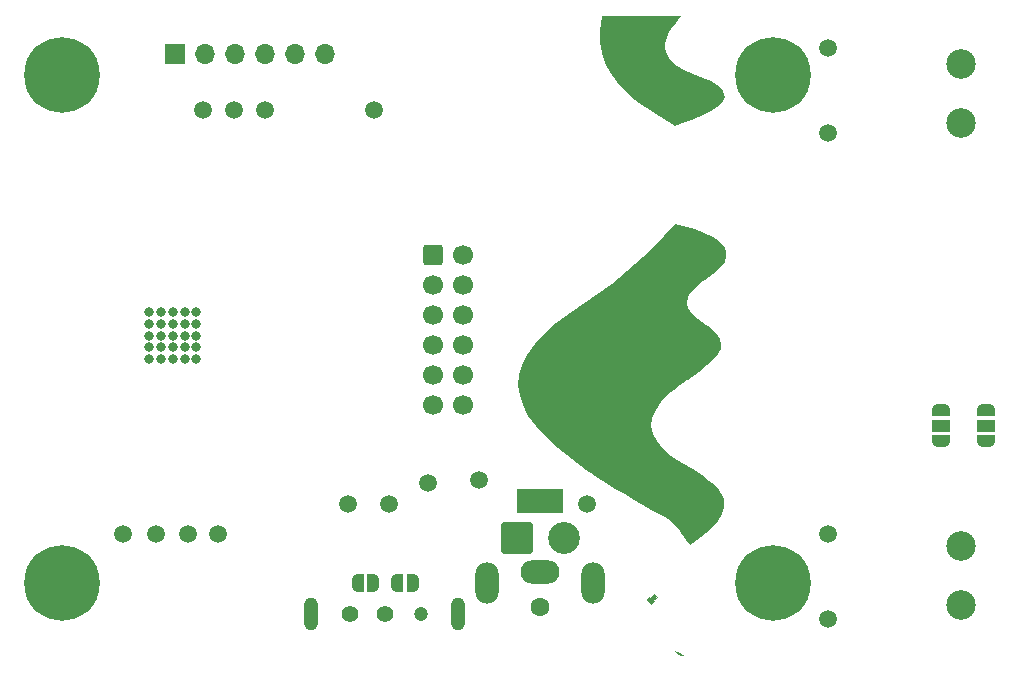
<source format=gbr>
G04 #@! TF.GenerationSoftware,KiCad,Pcbnew,(6.0.5-0)*
G04 #@! TF.CreationDate,2022-10-24T02:35:27+02:00*
G04 #@! TF.ProjectId,muVox,6d75566f-782e-46b6-9963-61645f706362,rc1*
G04 #@! TF.SameCoordinates,Original*
G04 #@! TF.FileFunction,Soldermask,Bot*
G04 #@! TF.FilePolarity,Negative*
%FSLAX46Y46*%
G04 Gerber Fmt 4.6, Leading zero omitted, Abs format (unit mm)*
G04 Created by KiCad (PCBNEW (6.0.5-0)) date 2022-10-24 02:35:27*
%MOMM*%
%LPD*%
G01*
G04 APERTURE LIST*
G04 Aperture macros list*
%AMRoundRect*
0 Rectangle with rounded corners*
0 $1 Rounding radius*
0 $2 $3 $4 $5 $6 $7 $8 $9 X,Y pos of 4 corners*
0 Add a 4 corners polygon primitive as box body*
4,1,4,$2,$3,$4,$5,$6,$7,$8,$9,$2,$3,0*
0 Add four circle primitives for the rounded corners*
1,1,$1+$1,$2,$3*
1,1,$1+$1,$4,$5*
1,1,$1+$1,$6,$7*
1,1,$1+$1,$8,$9*
0 Add four rect primitives between the rounded corners*
20,1,$1+$1,$2,$3,$4,$5,0*
20,1,$1+$1,$4,$5,$6,$7,0*
20,1,$1+$1,$6,$7,$8,$9,0*
20,1,$1+$1,$8,$9,$2,$3,0*%
%AMFreePoly0*
4,1,22,0.500000,-0.750000,0.000000,-0.750000,0.000000,-0.745033,-0.079941,-0.743568,-0.215256,-0.701293,-0.333266,-0.622738,-0.424486,-0.514219,-0.481581,-0.384460,-0.499164,-0.250000,-0.500000,-0.250000,-0.500000,0.250000,-0.499164,0.250000,-0.499963,0.256109,-0.478152,0.396186,-0.417904,0.524511,-0.324060,0.630769,-0.204165,0.706417,-0.067858,0.745374,0.000000,0.744959,0.000000,0.750000,
0.500000,0.750000,0.500000,-0.750000,0.500000,-0.750000,$1*%
%AMFreePoly1*
4,1,20,0.000000,0.744959,0.073905,0.744508,0.209726,0.703889,0.328688,0.626782,0.421226,0.519385,0.479903,0.390333,0.500000,0.250000,0.500000,-0.250000,0.499851,-0.262216,0.476331,-0.402017,0.414519,-0.529596,0.319384,-0.634700,0.198574,-0.708877,0.061801,-0.746166,0.000000,-0.745033,0.000000,-0.750000,-0.500000,-0.750000,-0.500000,0.750000,0.000000,0.750000,0.000000,0.744959,
0.000000,0.744959,$1*%
%AMFreePoly2*
4,1,22,0.550000,-0.750000,0.000000,-0.750000,0.000000,-0.745033,-0.079941,-0.743568,-0.215256,-0.701293,-0.333266,-0.622738,-0.424486,-0.514219,-0.481581,-0.384460,-0.499164,-0.250000,-0.500000,-0.250000,-0.500000,0.250000,-0.499164,0.250000,-0.499963,0.256109,-0.478152,0.396186,-0.417904,0.524511,-0.324060,0.630769,-0.204165,0.706417,-0.067858,0.745374,0.000000,0.744959,0.000000,0.750000,
0.550000,0.750000,0.550000,-0.750000,0.550000,-0.750000,$1*%
%AMFreePoly3*
4,1,20,0.000000,0.744959,0.073905,0.744508,0.209726,0.703889,0.328688,0.626782,0.421226,0.519385,0.479903,0.390333,0.500000,0.250000,0.500000,-0.250000,0.499851,-0.262216,0.476331,-0.402017,0.414519,-0.529596,0.319384,-0.634700,0.198574,-0.708877,0.061801,-0.746166,0.000000,-0.745033,0.000000,-0.750000,-0.550000,-0.750000,-0.550000,0.750000,0.000000,0.750000,0.000000,0.744959,
0.000000,0.744959,$1*%
G04 Aperture macros list end*
%ADD10C,0.100000*%
%ADD11C,1.600000*%
%ADD12R,4.000000X2.000000*%
%ADD13O,3.300000X2.000000*%
%ADD14O,2.000000X3.500000*%
%ADD15RoundRect,0.250000X-0.600000X-0.600000X0.600000X-0.600000X0.600000X0.600000X-0.600000X0.600000X0*%
%ADD16C,1.700000*%
%ADD17C,6.400000*%
%ADD18C,2.500000*%
%ADD19RoundRect,0.250001X-1.099999X-1.099999X1.099999X-1.099999X1.099999X1.099999X-1.099999X1.099999X0*%
%ADD20C,2.700000*%
%ADD21R,1.700000X1.700000*%
%ADD22O,1.700000X1.700000*%
%ADD23C,1.400000*%
%ADD24C,1.200000*%
%ADD25O,1.208000X2.800000*%
%ADD26C,0.800000*%
%ADD27C,1.500000*%
%ADD28FreePoly0,0.000000*%
%ADD29FreePoly1,0.000000*%
%ADD30FreePoly2,270.000000*%
%ADD31R,1.500000X1.000000*%
%ADD32FreePoly3,270.000000*%
%ADD33FreePoly2,90.000000*%
%ADD34FreePoly3,90.000000*%
%ADD35FreePoly0,180.000000*%
%ADD36FreePoly1,180.000000*%
G04 APERTURE END LIST*
D10*
G36*
X129141300Y-156906500D02*
G01*
X128811100Y-157236700D01*
X128887300Y-157312900D01*
X128658700Y-157541500D01*
X128277700Y-157160500D01*
X128506300Y-156931900D01*
X128582500Y-157008100D01*
X128912700Y-156677900D01*
X129141300Y-156906500D01*
G37*
X129141300Y-156906500D02*
X128811100Y-157236700D01*
X128887300Y-157312900D01*
X128658700Y-157541500D01*
X128277700Y-157160500D01*
X128506300Y-156931900D01*
X128582500Y-157008100D01*
X128912700Y-156677900D01*
X129141300Y-156906500D01*
G36*
X131662578Y-125593863D02*
G01*
X132348110Y-125799515D01*
X133162688Y-126113043D01*
X133852192Y-126462629D01*
X134397946Y-126836909D01*
X134781273Y-127224524D01*
X134983496Y-127614110D01*
X135014985Y-127883944D01*
X134979028Y-128206410D01*
X134977151Y-128213130D01*
X134919077Y-128429915D01*
X134895015Y-128536996D01*
X134878718Y-128579862D01*
X134745838Y-128747935D01*
X134508905Y-128992238D01*
X134203831Y-129279574D01*
X133866526Y-129576751D01*
X133532902Y-129850574D01*
X133238869Y-130067849D01*
X132903697Y-130308434D01*
X132387983Y-130745109D01*
X132007536Y-131163667D01*
X131788316Y-131537805D01*
X131698582Y-132021927D01*
X131802903Y-132503175D01*
X132104558Y-132976621D01*
X132604424Y-133443636D01*
X133303379Y-133905590D01*
X133439259Y-133990894D01*
X133807407Y-134271345D01*
X134122728Y-134570626D01*
X134219956Y-134684778D01*
X134468946Y-135083843D01*
X134570085Y-135487667D01*
X134517756Y-135905673D01*
X134306340Y-136347286D01*
X133930218Y-136821932D01*
X133383772Y-137339036D01*
X132661384Y-137908022D01*
X131757434Y-138538315D01*
X131696133Y-138579331D01*
X131100540Y-138995064D01*
X130552492Y-139407046D01*
X130093708Y-139782774D01*
X129765911Y-140089748D01*
X129494659Y-140395413D01*
X129020901Y-141086581D01*
X128746259Y-141769711D01*
X128670162Y-142442685D01*
X128792038Y-143103387D01*
X129111317Y-143749700D01*
X129627427Y-144379509D01*
X130339797Y-144990696D01*
X131247856Y-145581145D01*
X132177593Y-146133002D01*
X132954368Y-146633259D01*
X133575320Y-147084648D01*
X134055487Y-147500204D01*
X134409907Y-147892965D01*
X134653616Y-148275969D01*
X134801651Y-148662253D01*
X134829201Y-148780225D01*
X134847073Y-149351671D01*
X134672972Y-149931543D01*
X134304696Y-150524977D01*
X133740039Y-151137115D01*
X133697209Y-151177020D01*
X133299897Y-151526241D01*
X132873353Y-151872413D01*
X132502840Y-152146007D01*
X131908297Y-152551349D01*
X131726656Y-152309196D01*
X131605523Y-152136357D01*
X131407174Y-151834563D01*
X131195015Y-151497322D01*
X130980217Y-151185934D01*
X130681500Y-150857907D01*
X130299051Y-150542819D01*
X129798385Y-150212790D01*
X129145015Y-149839939D01*
X128617358Y-149545619D01*
X127945042Y-149157808D01*
X127198045Y-148716916D01*
X126411908Y-148244643D01*
X125622171Y-147762691D01*
X124864373Y-147292759D01*
X124174055Y-146856550D01*
X123586757Y-146475762D01*
X123138019Y-146172096D01*
X121937525Y-145294272D01*
X120737217Y-144321335D01*
X119726459Y-143382508D01*
X118902193Y-142472823D01*
X118261357Y-141587316D01*
X117800892Y-140721018D01*
X117517738Y-139868963D01*
X117408834Y-139026184D01*
X117471120Y-138187715D01*
X117701536Y-137348589D01*
X117725258Y-137286311D01*
X118153324Y-136428072D01*
X118774711Y-135551459D01*
X119584497Y-134661391D01*
X120577758Y-133762787D01*
X121749572Y-132860568D01*
X123095015Y-131959650D01*
X123951541Y-131395480D01*
X125290576Y-130420596D01*
X126641041Y-129334672D01*
X127955145Y-128178534D01*
X129185100Y-126993006D01*
X130283117Y-125818916D01*
X130706057Y-125338268D01*
X131662578Y-125593863D01*
G37*
G36*
X130685251Y-161519463D02*
G01*
X130873953Y-161586828D01*
X131146079Y-161709397D01*
X131193946Y-161732799D01*
X131429162Y-161860639D01*
X131496591Y-161934759D01*
X131412722Y-161971362D01*
X131255282Y-161944850D01*
X131035671Y-161850554D01*
X130818176Y-161723744D01*
X130663951Y-161600209D01*
X130634153Y-161515738D01*
X130685251Y-161519463D01*
G37*
G36*
X130746291Y-108332564D02*
G01*
X130533761Y-108604485D01*
X130184687Y-109130605D01*
X129962992Y-109616888D01*
X129843095Y-110113782D01*
X129831654Y-110196540D01*
X129819842Y-110496481D01*
X129881902Y-110776163D01*
X130035678Y-111129708D01*
X130345307Y-111600514D01*
X130796256Y-112009197D01*
X131406228Y-112365713D01*
X132195015Y-112684310D01*
X132231292Y-112696818D01*
X133061229Y-113002399D01*
X133711053Y-113285650D01*
X134197457Y-113555790D01*
X134537135Y-113822039D01*
X134746780Y-114093615D01*
X134853900Y-114338165D01*
X134878383Y-114638144D01*
X134746870Y-114932955D01*
X134447494Y-115269221D01*
X134225589Y-115457719D01*
X133704744Y-115802430D01*
X133049419Y-116148735D01*
X132299535Y-116476405D01*
X131495015Y-116765213D01*
X130645015Y-117037943D01*
X129445015Y-116311844D01*
X129338732Y-116247350D01*
X128522418Y-115735530D01*
X127843358Y-115273311D01*
X127261544Y-114830456D01*
X126736966Y-114376730D01*
X126229613Y-113881895D01*
X125717511Y-113319085D01*
X125127198Y-112518752D01*
X124707265Y-111713692D01*
X124443221Y-110874218D01*
X124320577Y-109970644D01*
X124308821Y-109534658D01*
X124331430Y-108942873D01*
X124393058Y-108439617D01*
X124517661Y-107776639D01*
X131197316Y-107776639D01*
X130746291Y-108332564D01*
G37*
D11*
X119260100Y-157789300D03*
D12*
X119260100Y-148789300D03*
D13*
X119260100Y-154789300D03*
D14*
X114760100Y-155789300D03*
X123760100Y-155789300D03*
D15*
X110187600Y-128004300D03*
D16*
X112727600Y-128004300D03*
X110187600Y-130544300D03*
X112727600Y-130544300D03*
X110187600Y-133084300D03*
X112727600Y-133084300D03*
X110187600Y-135624300D03*
X112727600Y-135624300D03*
X110187600Y-138164300D03*
X112727600Y-138164300D03*
X110187600Y-140704300D03*
X112727600Y-140704300D03*
D17*
X78770100Y-155779300D03*
D18*
X154840100Y-157629300D03*
X154840100Y-152629300D03*
D19*
X117270100Y-151954300D03*
D20*
X121230100Y-151954300D03*
D17*
X78770100Y-112759300D03*
D21*
X88290100Y-110979300D03*
D22*
X90830100Y-110979300D03*
X93370100Y-110979300D03*
X95910100Y-110979300D03*
X98450100Y-110979300D03*
X100990100Y-110979300D03*
D23*
X103120400Y-158362800D03*
X106120400Y-158362800D03*
D24*
X109120400Y-158362800D03*
D25*
X99820400Y-158362800D03*
X112320400Y-158362800D03*
D17*
X139000000Y-112759300D03*
D26*
X87140100Y-134810550D03*
X86140100Y-132810550D03*
X86140100Y-135810550D03*
X89140100Y-133810550D03*
X87140100Y-133810550D03*
X88140100Y-135810550D03*
X89140100Y-136810550D03*
X87140100Y-132810550D03*
X86140100Y-134810550D03*
X90140100Y-136810550D03*
X89140100Y-134810550D03*
X86140100Y-133810550D03*
X88140100Y-133810550D03*
X89140100Y-132810550D03*
X90140100Y-133810550D03*
X88140100Y-134810550D03*
X90140100Y-132810550D03*
X88140100Y-136810550D03*
X89140100Y-135810550D03*
X87140100Y-135810550D03*
X86140100Y-136810550D03*
X87140100Y-136810550D03*
X90140100Y-134810550D03*
X90140100Y-135810550D03*
X88140100Y-132810550D03*
D18*
X154890100Y-111829300D03*
X154890100Y-116829300D03*
D17*
X139000000Y-155779300D03*
D27*
X114046000Y-147066000D03*
X143600000Y-110500000D03*
D28*
X103796200Y-155727400D03*
D29*
X105096200Y-155727400D03*
D27*
X89448000Y-151638000D03*
X91948000Y-151638000D03*
X86698000Y-151638000D03*
X90740100Y-115679300D03*
X95940100Y-115679300D03*
X102969500Y-149098000D03*
X123190000Y-149098000D03*
X93340100Y-115679300D03*
X143600000Y-151600000D03*
D30*
X153197600Y-141129300D03*
D31*
X153197600Y-142429300D03*
D32*
X153197600Y-143729300D03*
D27*
X105140100Y-115679300D03*
D33*
X156982600Y-143729300D03*
D31*
X156982600Y-142429300D03*
D34*
X156982600Y-141129300D03*
D35*
X108446200Y-155727400D03*
D36*
X107146200Y-155727400D03*
D27*
X106426000Y-149098000D03*
X83948000Y-151638000D03*
X143600000Y-158800000D03*
X109728000Y-147320000D03*
X143600000Y-117700000D03*
M02*

</source>
